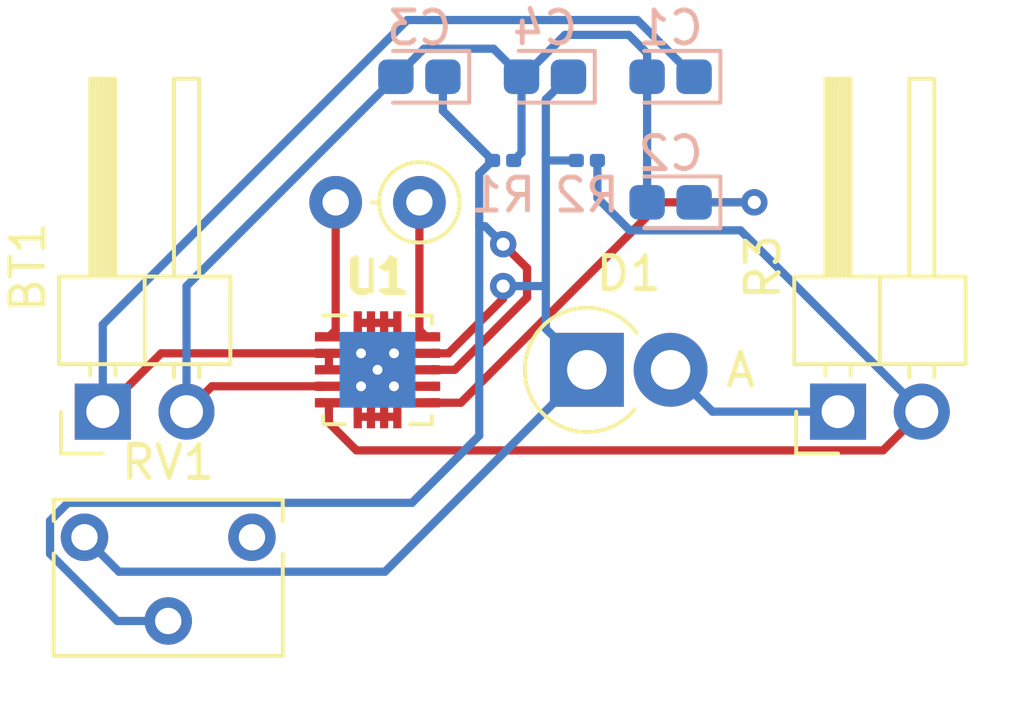
<source format=kicad_pcb>
(kicad_pcb (version 20171130) (host pcbnew "(5.1.10)-1")

  (general
    (thickness 1.6)
    (drawings 0)
    (tracks 85)
    (zones 0)
    (modules 12)
    (nets 11)
  )

  (page A4)
  (layers
    (0 F.Cu signal)
    (31 B.Cu signal)
    (32 B.Adhes user)
    (33 F.Adhes user)
    (34 B.Paste user)
    (35 F.Paste user)
    (36 B.SilkS user)
    (37 F.SilkS user)
    (38 B.Mask user)
    (39 F.Mask user)
    (40 Dwgs.User user)
    (41 Cmts.User user)
    (42 Eco1.User user)
    (43 Eco2.User user)
    (44 Edge.Cuts user)
    (45 Margin user)
    (46 B.CrtYd user)
    (47 F.CrtYd user)
    (48 B.Fab user)
    (49 F.Fab user)
  )

  (setup
    (last_trace_width 0.25)
    (trace_clearance 0.199)
    (zone_clearance 0.508)
    (zone_45_only no)
    (trace_min 0.2)
    (via_size 0.8)
    (via_drill 0.4)
    (via_min_size 0.4)
    (via_min_drill 0.3)
    (uvia_size 0.3)
    (uvia_drill 0.1)
    (uvias_allowed no)
    (uvia_min_size 0.2)
    (uvia_min_drill 0.1)
    (edge_width 0.05)
    (segment_width 0.2)
    (pcb_text_width 0.3)
    (pcb_text_size 1.5 1.5)
    (mod_edge_width 0.12)
    (mod_text_size 1 1)
    (mod_text_width 0.15)
    (pad_size 1.524 1.524)
    (pad_drill 0.762)
    (pad_to_mask_clearance 0)
    (aux_axis_origin 0 0)
    (visible_elements FFFFFF7F)
    (pcbplotparams
      (layerselection 0x010fc_ffffffff)
      (usegerberextensions false)
      (usegerberattributes true)
      (usegerberadvancedattributes true)
      (creategerberjobfile true)
      (excludeedgelayer true)
      (linewidth 0.100000)
      (plotframeref false)
      (viasonmask false)
      (mode 1)
      (useauxorigin false)
      (hpglpennumber 1)
      (hpglpenspeed 20)
      (hpglpendiameter 15.000000)
      (psnegative false)
      (psa4output false)
      (plotreference true)
      (plotvalue true)
      (plotinvisibletext false)
      (padsonsilk false)
      (subtractmaskfromsilk false)
      (outputformat 1)
      (mirror false)
      (drillshape 0)
      (scaleselection 1)
      (outputdirectory ""))
  )

  (net 0 "")
  (net 1 "Net-(BT1-Pad2)")
  (net 2 "Net-(BT1-Pad1)")
  (net 3 "Net-(C2-Pad1)")
  (net 4 "Net-(C3-Pad1)")
  (net 5 "Net-(C4-Pad1)")
  (net 6 "Net-(D1-Pad2)")
  (net 7 "Net-(L1-Pad1)")
  (net 8 "Net-(L1-Pad2)")
  (net 9 "Net-(R2-Pad2)")
  (net 10 "Net-(RV1-Pad1)")

  (net_class Default "This is the default net class."
    (clearance 0.199)
    (trace_width 0.25)
    (via_dia 0.8)
    (via_drill 0.4)
    (uvia_dia 0.3)
    (uvia_drill 0.1)
    (add_net "Net-(BT1-Pad1)")
    (add_net "Net-(BT1-Pad2)")
    (add_net "Net-(C2-Pad1)")
    (add_net "Net-(C3-Pad1)")
    (add_net "Net-(C4-Pad1)")
    (add_net "Net-(D1-Pad2)")
    (add_net "Net-(L1-Pad1)")
    (add_net "Net-(L1-Pad2)")
    (add_net "Net-(R2-Pad2)")
    (add_net "Net-(RV1-Pad1)")
  )

  (module Connector_PinHeader_2.54mm:PinHeader_1x02_P2.54mm_Horizontal (layer F.Cu) (tedit 59FED5CB) (tstamp 610D22B2)
    (at 128.825001 97.79 90)
    (descr "Through hole angled pin header, 1x02, 2.54mm pitch, 6mm pin length, single row")
    (tags "Through hole angled pin header THT 1x02 2.54mm single row")
    (path /6115D294)
    (fp_text reference BT1 (at 4.385 -2.27 90) (layer F.SilkS)
      (effects (font (size 1 1) (thickness 0.15)))
    )
    (fp_text value Vin (at 4.385 4.81 90) (layer F.Fab)
      (effects (font (size 1 1) (thickness 0.15)))
    )
    (fp_line (start 10.55 -1.8) (end -1.8 -1.8) (layer F.CrtYd) (width 0.05))
    (fp_line (start 10.55 4.35) (end 10.55 -1.8) (layer F.CrtYd) (width 0.05))
    (fp_line (start -1.8 4.35) (end 10.55 4.35) (layer F.CrtYd) (width 0.05))
    (fp_line (start -1.8 -1.8) (end -1.8 4.35) (layer F.CrtYd) (width 0.05))
    (fp_line (start -1.27 -1.27) (end 0 -1.27) (layer F.SilkS) (width 0.12))
    (fp_line (start -1.27 0) (end -1.27 -1.27) (layer F.SilkS) (width 0.12))
    (fp_line (start 1.042929 2.92) (end 1.44 2.92) (layer F.SilkS) (width 0.12))
    (fp_line (start 1.042929 2.16) (end 1.44 2.16) (layer F.SilkS) (width 0.12))
    (fp_line (start 10.1 2.92) (end 4.1 2.92) (layer F.SilkS) (width 0.12))
    (fp_line (start 10.1 2.16) (end 10.1 2.92) (layer F.SilkS) (width 0.12))
    (fp_line (start 4.1 2.16) (end 10.1 2.16) (layer F.SilkS) (width 0.12))
    (fp_line (start 1.44 1.27) (end 4.1 1.27) (layer F.SilkS) (width 0.12))
    (fp_line (start 1.11 0.38) (end 1.44 0.38) (layer F.SilkS) (width 0.12))
    (fp_line (start 1.11 -0.38) (end 1.44 -0.38) (layer F.SilkS) (width 0.12))
    (fp_line (start 4.1 0.28) (end 10.1 0.28) (layer F.SilkS) (width 0.12))
    (fp_line (start 4.1 0.16) (end 10.1 0.16) (layer F.SilkS) (width 0.12))
    (fp_line (start 4.1 0.04) (end 10.1 0.04) (layer F.SilkS) (width 0.12))
    (fp_line (start 4.1 -0.08) (end 10.1 -0.08) (layer F.SilkS) (width 0.12))
    (fp_line (start 4.1 -0.2) (end 10.1 -0.2) (layer F.SilkS) (width 0.12))
    (fp_line (start 4.1 -0.32) (end 10.1 -0.32) (layer F.SilkS) (width 0.12))
    (fp_line (start 10.1 0.38) (end 4.1 0.38) (layer F.SilkS) (width 0.12))
    (fp_line (start 10.1 -0.38) (end 10.1 0.38) (layer F.SilkS) (width 0.12))
    (fp_line (start 4.1 -0.38) (end 10.1 -0.38) (layer F.SilkS) (width 0.12))
    (fp_line (start 4.1 -1.33) (end 1.44 -1.33) (layer F.SilkS) (width 0.12))
    (fp_line (start 4.1 3.87) (end 4.1 -1.33) (layer F.SilkS) (width 0.12))
    (fp_line (start 1.44 3.87) (end 4.1 3.87) (layer F.SilkS) (width 0.12))
    (fp_line (start 1.44 -1.33) (end 1.44 3.87) (layer F.SilkS) (width 0.12))
    (fp_line (start 4.04 2.86) (end 10.04 2.86) (layer F.Fab) (width 0.1))
    (fp_line (start 10.04 2.22) (end 10.04 2.86) (layer F.Fab) (width 0.1))
    (fp_line (start 4.04 2.22) (end 10.04 2.22) (layer F.Fab) (width 0.1))
    (fp_line (start -0.32 2.86) (end 1.5 2.86) (layer F.Fab) (width 0.1))
    (fp_line (start -0.32 2.22) (end -0.32 2.86) (layer F.Fab) (width 0.1))
    (fp_line (start -0.32 2.22) (end 1.5 2.22) (layer F.Fab) (width 0.1))
    (fp_line (start 4.04 0.32) (end 10.04 0.32) (layer F.Fab) (width 0.1))
    (fp_line (start 10.04 -0.32) (end 10.04 0.32) (layer F.Fab) (width 0.1))
    (fp_line (start 4.04 -0.32) (end 10.04 -0.32) (layer F.Fab) (width 0.1))
    (fp_line (start -0.32 0.32) (end 1.5 0.32) (layer F.Fab) (width 0.1))
    (fp_line (start -0.32 -0.32) (end -0.32 0.32) (layer F.Fab) (width 0.1))
    (fp_line (start -0.32 -0.32) (end 1.5 -0.32) (layer F.Fab) (width 0.1))
    (fp_line (start 1.5 -0.635) (end 2.135 -1.27) (layer F.Fab) (width 0.1))
    (fp_line (start 1.5 3.81) (end 1.5 -0.635) (layer F.Fab) (width 0.1))
    (fp_line (start 4.04 3.81) (end 1.5 3.81) (layer F.Fab) (width 0.1))
    (fp_line (start 4.04 -1.27) (end 4.04 3.81) (layer F.Fab) (width 0.1))
    (fp_line (start 2.135 -1.27) (end 4.04 -1.27) (layer F.Fab) (width 0.1))
    (fp_text user %R (at 2.77 1.27) (layer F.Fab)
      (effects (font (size 1 1) (thickness 0.15)))
    )
    (pad 1 thru_hole rect (at 0 0 90) (size 1.7 1.7) (drill 1) (layers *.Cu *.Mask)
      (net 2 "Net-(BT1-Pad1)"))
    (pad 2 thru_hole oval (at 0 2.54 90) (size 1.7 1.7) (drill 1) (layers *.Cu *.Mask)
      (net 1 "Net-(BT1-Pad2)"))
    (model ${KISYS3DMOD}/Connector_PinHeader_2.54mm.3dshapes/PinHeader_1x02_P2.54mm_Horizontal.wrl
      (at (xyz 0 0 0))
      (scale (xyz 1 1 1))
      (rotate (xyz 0 0 0))
    )
  )

  (module Capacitor_Tantalum_SMD:CP_EIA-1608-08_AVX-J (layer B.Cu) (tedit 5EBA9318) (tstamp 610D22C5)
    (at 146.05 87.63 180)
    (descr "Tantalum Capacitor SMD AVX-J (1608-08 Metric), IPC_7351 nominal, (Body size from: https://www.vishay.com/docs/48064/_t58_vmn_pt0471_1601.pdf), generated with kicad-footprint-generator")
    (tags "capacitor tantalum")
    (path /61105882)
    (attr smd)
    (fp_text reference C1 (at 0 1.48) (layer B.SilkS)
      (effects (font (size 1 1) (thickness 0.15)) (justify mirror))
    )
    (fp_text value 20uF (at 0 -1.48) (layer B.Fab)
      (effects (font (size 1 1) (thickness 0.15)) (justify mirror))
    )
    (fp_text user %R (at 0 0) (layer B.Fab)
      (effects (font (size 0.4 0.4) (thickness 0.06)) (justify mirror))
    )
    (fp_line (start 0.8 0.425) (end -0.5 0.425) (layer B.Fab) (width 0.1))
    (fp_line (start -0.5 0.425) (end -0.8 0.125) (layer B.Fab) (width 0.1))
    (fp_line (start -0.8 0.125) (end -0.8 -0.425) (layer B.Fab) (width 0.1))
    (fp_line (start -0.8 -0.425) (end 0.8 -0.425) (layer B.Fab) (width 0.1))
    (fp_line (start 0.8 -0.425) (end 0.8 0.425) (layer B.Fab) (width 0.1))
    (fp_line (start 0.8 0.785) (end -1.51 0.785) (layer B.SilkS) (width 0.12))
    (fp_line (start -1.51 0.785) (end -1.51 -0.785) (layer B.SilkS) (width 0.12))
    (fp_line (start -1.51 -0.785) (end 0.8 -0.785) (layer B.SilkS) (width 0.12))
    (fp_line (start -1.5 -0.78) (end -1.5 0.78) (layer B.CrtYd) (width 0.05))
    (fp_line (start -1.5 0.78) (end 1.5 0.78) (layer B.CrtYd) (width 0.05))
    (fp_line (start 1.5 0.78) (end 1.5 -0.78) (layer B.CrtYd) (width 0.05))
    (fp_line (start 1.5 -0.78) (end -1.5 -0.78) (layer B.CrtYd) (width 0.05))
    (pad 2 smd roundrect (at 0.7125 0 180) (size 1.075 1.05) (layers B.Cu B.Paste B.Mask) (roundrect_rratio 0.2380942857142857)
      (net 1 "Net-(BT1-Pad2)"))
    (pad 1 smd roundrect (at -0.7125 0 180) (size 1.075 1.05) (layers B.Cu B.Paste B.Mask) (roundrect_rratio 0.2380942857142857)
      (net 2 "Net-(BT1-Pad1)"))
    (model ${KISYS3DMOD}/Capacitor_Tantalum_SMD.3dshapes/CP_EIA-1608-08_AVX-J.wrl
      (at (xyz 0 0 0))
      (scale (xyz 1 1 1))
      (rotate (xyz 0 0 0))
    )
  )

  (module Capacitor_Tantalum_SMD:CP_EIA-1608-08_AVX-J (layer B.Cu) (tedit 5EBA9318) (tstamp 610D22D8)
    (at 146.05 91.44 180)
    (descr "Tantalum Capacitor SMD AVX-J (1608-08 Metric), IPC_7351 nominal, (Body size from: https://www.vishay.com/docs/48064/_t58_vmn_pt0471_1601.pdf), generated with kicad-footprint-generator")
    (tags "capacitor tantalum")
    (path /611062F0)
    (attr smd)
    (fp_text reference C2 (at 0 1.48) (layer B.SilkS)
      (effects (font (size 1 1) (thickness 0.15)) (justify mirror))
    )
    (fp_text value .1uF (at 0 -1.48) (layer B.Fab)
      (effects (font (size 1 1) (thickness 0.15)) (justify mirror))
    )
    (fp_line (start 1.5 -0.78) (end -1.5 -0.78) (layer B.CrtYd) (width 0.05))
    (fp_line (start 1.5 0.78) (end 1.5 -0.78) (layer B.CrtYd) (width 0.05))
    (fp_line (start -1.5 0.78) (end 1.5 0.78) (layer B.CrtYd) (width 0.05))
    (fp_line (start -1.5 -0.78) (end -1.5 0.78) (layer B.CrtYd) (width 0.05))
    (fp_line (start -1.51 -0.785) (end 0.8 -0.785) (layer B.SilkS) (width 0.12))
    (fp_line (start -1.51 0.785) (end -1.51 -0.785) (layer B.SilkS) (width 0.12))
    (fp_line (start 0.8 0.785) (end -1.51 0.785) (layer B.SilkS) (width 0.12))
    (fp_line (start 0.8 -0.425) (end 0.8 0.425) (layer B.Fab) (width 0.1))
    (fp_line (start -0.8 -0.425) (end 0.8 -0.425) (layer B.Fab) (width 0.1))
    (fp_line (start -0.8 0.125) (end -0.8 -0.425) (layer B.Fab) (width 0.1))
    (fp_line (start -0.5 0.425) (end -0.8 0.125) (layer B.Fab) (width 0.1))
    (fp_line (start 0.8 0.425) (end -0.5 0.425) (layer B.Fab) (width 0.1))
    (fp_text user %R (at 0 0) (layer B.Fab)
      (effects (font (size 0.4 0.4) (thickness 0.06)) (justify mirror))
    )
    (pad 1 smd roundrect (at -0.7125 0 180) (size 1.075 1.05) (layers B.Cu B.Paste B.Mask) (roundrect_rratio 0.2380942857142857)
      (net 3 "Net-(C2-Pad1)"))
    (pad 2 smd roundrect (at 0.7125 0 180) (size 1.075 1.05) (layers B.Cu B.Paste B.Mask) (roundrect_rratio 0.2380942857142857)
      (net 1 "Net-(BT1-Pad2)"))
    (model ${KISYS3DMOD}/Capacitor_Tantalum_SMD.3dshapes/CP_EIA-1608-08_AVX-J.wrl
      (at (xyz 0 0 0))
      (scale (xyz 1 1 1))
      (rotate (xyz 0 0 0))
    )
  )

  (module Capacitor_Tantalum_SMD:CP_EIA-1608-08_AVX-J (layer B.Cu) (tedit 5EBA9318) (tstamp 610D22EB)
    (at 138.43 87.63 180)
    (descr "Tantalum Capacitor SMD AVX-J (1608-08 Metric), IPC_7351 nominal, (Body size from: https://www.vishay.com/docs/48064/_t58_vmn_pt0471_1601.pdf), generated with kicad-footprint-generator")
    (tags "capacitor tantalum")
    (path /61106A84)
    (attr smd)
    (fp_text reference C3 (at 0 1.48) (layer B.SilkS)
      (effects (font (size 1 1) (thickness 0.15)) (justify mirror))
    )
    (fp_text value 10pF (at 0 -1.48) (layer B.Fab)
      (effects (font (size 1 1) (thickness 0.15)) (justify mirror))
    )
    (fp_text user %R (at 0 0) (layer B.Fab)
      (effects (font (size 0.4 0.4) (thickness 0.06)) (justify mirror))
    )
    (fp_line (start 0.8 0.425) (end -0.5 0.425) (layer B.Fab) (width 0.1))
    (fp_line (start -0.5 0.425) (end -0.8 0.125) (layer B.Fab) (width 0.1))
    (fp_line (start -0.8 0.125) (end -0.8 -0.425) (layer B.Fab) (width 0.1))
    (fp_line (start -0.8 -0.425) (end 0.8 -0.425) (layer B.Fab) (width 0.1))
    (fp_line (start 0.8 -0.425) (end 0.8 0.425) (layer B.Fab) (width 0.1))
    (fp_line (start 0.8 0.785) (end -1.51 0.785) (layer B.SilkS) (width 0.12))
    (fp_line (start -1.51 0.785) (end -1.51 -0.785) (layer B.SilkS) (width 0.12))
    (fp_line (start -1.51 -0.785) (end 0.8 -0.785) (layer B.SilkS) (width 0.12))
    (fp_line (start -1.5 -0.78) (end -1.5 0.78) (layer B.CrtYd) (width 0.05))
    (fp_line (start -1.5 0.78) (end 1.5 0.78) (layer B.CrtYd) (width 0.05))
    (fp_line (start 1.5 0.78) (end 1.5 -0.78) (layer B.CrtYd) (width 0.05))
    (fp_line (start 1.5 -0.78) (end -1.5 -0.78) (layer B.CrtYd) (width 0.05))
    (pad 2 smd roundrect (at 0.7125 0 180) (size 1.075 1.05) (layers B.Cu B.Paste B.Mask) (roundrect_rratio 0.2380942857142857)
      (net 1 "Net-(BT1-Pad2)"))
    (pad 1 smd roundrect (at -0.7125 0 180) (size 1.075 1.05) (layers B.Cu B.Paste B.Mask) (roundrect_rratio 0.2380942857142857)
      (net 4 "Net-(C3-Pad1)"))
    (model ${KISYS3DMOD}/Capacitor_Tantalum_SMD.3dshapes/CP_EIA-1608-08_AVX-J.wrl
      (at (xyz 0 0 0))
      (scale (xyz 1 1 1))
      (rotate (xyz 0 0 0))
    )
  )

  (module Capacitor_Tantalum_SMD:CP_EIA-1608-08_AVX-J (layer B.Cu) (tedit 5EBA9318) (tstamp 610D22FE)
    (at 142.24 87.63 180)
    (descr "Tantalum Capacitor SMD AVX-J (1608-08 Metric), IPC_7351 nominal, (Body size from: https://www.vishay.com/docs/48064/_t58_vmn_pt0471_1601.pdf), generated with kicad-footprint-generator")
    (tags "capacitor tantalum")
    (path /611072D7)
    (attr smd)
    (fp_text reference C4 (at 0 1.48) (layer B.SilkS)
      (effects (font (size 1 1) (thickness 0.15)) (justify mirror))
    )
    (fp_text value 66uF (at 0 -1.48) (layer B.Fab)
      (effects (font (size 1 1) (thickness 0.15)) (justify mirror))
    )
    (fp_line (start 1.5 -0.78) (end -1.5 -0.78) (layer B.CrtYd) (width 0.05))
    (fp_line (start 1.5 0.78) (end 1.5 -0.78) (layer B.CrtYd) (width 0.05))
    (fp_line (start -1.5 0.78) (end 1.5 0.78) (layer B.CrtYd) (width 0.05))
    (fp_line (start -1.5 -0.78) (end -1.5 0.78) (layer B.CrtYd) (width 0.05))
    (fp_line (start -1.51 -0.785) (end 0.8 -0.785) (layer B.SilkS) (width 0.12))
    (fp_line (start -1.51 0.785) (end -1.51 -0.785) (layer B.SilkS) (width 0.12))
    (fp_line (start 0.8 0.785) (end -1.51 0.785) (layer B.SilkS) (width 0.12))
    (fp_line (start 0.8 -0.425) (end 0.8 0.425) (layer B.Fab) (width 0.1))
    (fp_line (start -0.8 -0.425) (end 0.8 -0.425) (layer B.Fab) (width 0.1))
    (fp_line (start -0.8 0.125) (end -0.8 -0.425) (layer B.Fab) (width 0.1))
    (fp_line (start -0.5 0.425) (end -0.8 0.125) (layer B.Fab) (width 0.1))
    (fp_line (start 0.8 0.425) (end -0.5 0.425) (layer B.Fab) (width 0.1))
    (fp_text user %R (at 0 0) (layer B.Fab)
      (effects (font (size 0.4 0.4) (thickness 0.06)) (justify mirror))
    )
    (pad 1 smd roundrect (at -0.7125 0 180) (size 1.075 1.05) (layers B.Cu B.Paste B.Mask) (roundrect_rratio 0.2380942857142857)
      (net 5 "Net-(C4-Pad1)"))
    (pad 2 smd roundrect (at 0.7125 0 180) (size 1.075 1.05) (layers B.Cu B.Paste B.Mask) (roundrect_rratio 0.2380942857142857)
      (net 1 "Net-(BT1-Pad2)"))
    (model ${KISYS3DMOD}/Capacitor_Tantalum_SMD.3dshapes/CP_EIA-1608-08_AVX-J.wrl
      (at (xyz 0 0 0))
      (scale (xyz 1 1 1))
      (rotate (xyz 0 0 0))
    )
  )

  (module Diode_THT:D_DO-15_P2.54mm_Vertical_AnodeUp (layer F.Cu) (tedit 5AE50CD5) (tstamp 610D230E)
    (at 143.51 96.52)
    (descr "Diode, DO-15 series, Axial, Vertical, pin pitch=2.54mm, , length*diameter=7.6*3.6mm^2, , http://www.diodes.com/_files/packages/DO-15.pdf")
    (tags "Diode DO-15 series Axial Vertical pin pitch 2.54mm  length 7.6mm diameter 3.6mm")
    (path /61134187)
    (fp_text reference D1 (at 1.27 -2.92) (layer F.SilkS)
      (effects (font (size 1 1) (thickness 0.15)))
    )
    (fp_text value DIODE (at 1.27 3.809) (layer F.Fab)
      (effects (font (size 1 1) (thickness 0.15)))
    )
    (fp_text user A (at 4.66 0) (layer F.SilkS)
      (effects (font (size 1 1) (thickness 0.15)))
    )
    (fp_text user A (at 4.66 0) (layer F.Fab)
      (effects (font (size 1 1) (thickness 0.15)))
    )
    (fp_text user %R (at 1.27 -2.92) (layer F.Fab)
      (effects (font (size 1 1) (thickness 0.15)))
    )
    (fp_arc (start 0 0) (end 1.514596 -1.12) (angle -284.154462) (layer F.SilkS) (width 0.12))
    (fp_circle (center 0 0) (end 1.8 0) (layer F.Fab) (width 0.1))
    (fp_line (start 0 0) (end 2.54 0) (layer F.Fab) (width 0.1))
    (fp_line (start -2.05 -2.05) (end -2.05 2.05) (layer F.CrtYd) (width 0.05))
    (fp_line (start -2.05 2.05) (end 3.91 2.05) (layer F.CrtYd) (width 0.05))
    (fp_line (start 3.91 2.05) (end 3.91 -2.05) (layer F.CrtYd) (width 0.05))
    (fp_line (start 3.91 -2.05) (end -2.05 -2.05) (layer F.CrtYd) (width 0.05))
    (pad 2 thru_hole oval (at 2.54 0) (size 2.24 2.24) (drill 1.2) (layers *.Cu *.Mask)
      (net 6 "Net-(D1-Pad2)"))
    (pad 1 thru_hole rect (at 0 0) (size 2.24 2.24) (drill 1.2) (layers *.Cu *.Mask)
      (net 5 "Net-(C4-Pad1)"))
    (model ${KISYS3DMOD}/Diode_THT.3dshapes/D_DO-15_P2.54mm_Vertical_AnodeUp.wrl
      (at (xyz 0 0 0))
      (scale (xyz 1 1 1))
      (rotate (xyz 0 0 0))
    )
  )

  (module Inductor_THT:L_Axial_L5.3mm_D2.2mm_P2.54mm_Vertical_Vishay_IM-1 (layer F.Cu) (tedit 5AE59B05) (tstamp 610D231D)
    (at 138.43 91.44 180)
    (descr "Inductor, Axial series, Axial, Vertical, pin pitch=2.54mm, , length*diameter=5.3*2.2mm^2, Vishay, IM-1, http://www.vishay.com/docs/34030/im.pdf")
    (tags "Inductor Axial series Axial Vertical pin pitch 2.54mm  length 5.3mm diameter 2.2mm Vishay IM-1")
    (path /61102C4B)
    (fp_text reference L1 (at 1.27 -2.22) (layer F.SilkS)
      (effects (font (size 1 1) (thickness 0.15)))
    )
    (fp_text value 1uH (at 1.27 2.22) (layer F.Fab)
      (effects (font (size 1 1) (thickness 0.15)))
    )
    (fp_text user %R (at 1.27 -2.22) (layer F.Fab)
      (effects (font (size 1 1) (thickness 0.15)))
    )
    (fp_circle (center 0 0) (end 1.1 0) (layer F.Fab) (width 0.1))
    (fp_circle (center 0 0) (end 1.22 0) (layer F.SilkS) (width 0.12))
    (fp_line (start 0 0) (end 2.54 0) (layer F.Fab) (width 0.1))
    (fp_line (start 1.22 0) (end 1.44 0) (layer F.SilkS) (width 0.12))
    (fp_line (start -1.35 -1.35) (end -1.35 1.35) (layer F.CrtYd) (width 0.05))
    (fp_line (start -1.35 1.35) (end 3.59 1.35) (layer F.CrtYd) (width 0.05))
    (fp_line (start 3.59 1.35) (end 3.59 -1.35) (layer F.CrtYd) (width 0.05))
    (fp_line (start 3.59 -1.35) (end -1.35 -1.35) (layer F.CrtYd) (width 0.05))
    (pad 2 thru_hole oval (at 2.54 0 180) (size 1.6 1.6) (drill 0.8) (layers *.Cu *.Mask)
      (net 8 "Net-(L1-Pad2)"))
    (pad 1 thru_hole circle (at 0 0 180) (size 1.6 1.6) (drill 0.8) (layers *.Cu *.Mask)
      (net 7 "Net-(L1-Pad1)"))
    (model ${KISYS3DMOD}/Inductor_THT.3dshapes/L_Axial_L5.3mm_D2.2mm_P2.54mm_Vertical_Vishay_IM-1.wrl
      (at (xyz 0 0 0))
      (scale (xyz 1 1 1))
      (rotate (xyz 0 0 0))
    )
  )

  (module Resistor_SMD:R_0201_0603Metric (layer B.Cu) (tedit 5F68FEEE) (tstamp 610D232E)
    (at 140.97 90.17)
    (descr "Resistor SMD 0201 (0603 Metric), square (rectangular) end terminal, IPC_7351 nominal, (Body size source: https://www.vishay.com/docs/20052/crcw0201e3.pdf), generated with kicad-footprint-generator")
    (tags resistor)
    (path /61107928)
    (clearance 0.15)
    (attr smd)
    (fp_text reference R1 (at 0 1.05) (layer B.SilkS)
      (effects (font (size 1 1) (thickness 0.15)) (justify mirror))
    )
    (fp_text value 111k (at 0 -1.05) (layer B.Fab)
      (effects (font (size 1 1) (thickness 0.15)) (justify mirror))
    )
    (fp_text user %R (at 0 0.68) (layer B.Fab)
      (effects (font (size 0.25 0.25) (thickness 0.04)) (justify mirror))
    )
    (fp_line (start -0.3 -0.15) (end -0.3 0.15) (layer B.Fab) (width 0.1))
    (fp_line (start -0.3 0.15) (end 0.3 0.15) (layer B.Fab) (width 0.1))
    (fp_line (start 0.3 0.15) (end 0.3 -0.15) (layer B.Fab) (width 0.1))
    (fp_line (start 0.3 -0.15) (end -0.3 -0.15) (layer B.Fab) (width 0.1))
    (fp_line (start -0.7 -0.35) (end -0.7 0.35) (layer B.CrtYd) (width 0.05))
    (fp_line (start -0.7 0.35) (end 0.7 0.35) (layer B.CrtYd) (width 0.05))
    (fp_line (start 0.7 0.35) (end 0.7 -0.35) (layer B.CrtYd) (width 0.05))
    (fp_line (start 0.7 -0.35) (end -0.7 -0.35) (layer B.CrtYd) (width 0.05))
    (pad 2 smd roundrect (at 0.32 0) (size 0.46 0.4) (layers B.Cu B.Mask) (roundrect_rratio 0.25)
      (net 1 "Net-(BT1-Pad2)"))
    (pad 1 smd roundrect (at -0.32 0) (size 0.46 0.4) (layers B.Cu B.Mask) (roundrect_rratio 0.25)
      (net 4 "Net-(C3-Pad1)"))
    (pad "" smd roundrect (at 0.345 0) (size 0.318 0.36) (layers B.Paste) (roundrect_rratio 0.25))
    (pad "" smd roundrect (at -0.345 0) (size 0.318 0.36) (layers B.Paste) (roundrect_rratio 0.25))
    (model ${KISYS3DMOD}/Resistor_SMD.3dshapes/R_0201_0603Metric.wrl
      (at (xyz 0 0 0))
      (scale (xyz 1 1 1))
      (rotate (xyz 0 0 0))
    )
  )

  (module Resistor_SMD:R_0201_0603Metric (layer B.Cu) (tedit 5F68FEEE) (tstamp 610D233F)
    (at 143.51 90.17)
    (descr "Resistor SMD 0201 (0603 Metric), square (rectangular) end terminal, IPC_7351 nominal, (Body size source: https://www.vishay.com/docs/20052/crcw0201e3.pdf), generated with kicad-footprint-generator")
    (tags resistor)
    (path /61108051)
    (clearance 0.15)
    (attr smd)
    (fp_text reference R2 (at 0 1.05) (layer B.SilkS)
      (effects (font (size 1 1) (thickness 0.15)) (justify mirror))
    )
    (fp_text value 1M (at 0 -1.05) (layer B.Fab)
      (effects (font (size 1 1) (thickness 0.15)) (justify mirror))
    )
    (fp_line (start 0.7 -0.35) (end -0.7 -0.35) (layer B.CrtYd) (width 0.05))
    (fp_line (start 0.7 0.35) (end 0.7 -0.35) (layer B.CrtYd) (width 0.05))
    (fp_line (start -0.7 0.35) (end 0.7 0.35) (layer B.CrtYd) (width 0.05))
    (fp_line (start -0.7 -0.35) (end -0.7 0.35) (layer B.CrtYd) (width 0.05))
    (fp_line (start 0.3 -0.15) (end -0.3 -0.15) (layer B.Fab) (width 0.1))
    (fp_line (start 0.3 0.15) (end 0.3 -0.15) (layer B.Fab) (width 0.1))
    (fp_line (start -0.3 0.15) (end 0.3 0.15) (layer B.Fab) (width 0.1))
    (fp_line (start -0.3 -0.15) (end -0.3 0.15) (layer B.Fab) (width 0.1))
    (fp_text user %R (at 0 0.68) (layer B.Fab)
      (effects (font (size 0.25 0.25) (thickness 0.04)) (justify mirror))
    )
    (pad "" smd roundrect (at -0.345 0) (size 0.318 0.36) (layers B.Paste) (roundrect_rratio 0.25))
    (pad "" smd roundrect (at 0.345 0) (size 0.318 0.36) (layers B.Paste) (roundrect_rratio 0.25))
    (pad 1 smd roundrect (at -0.32 0) (size 0.46 0.4) (layers B.Cu B.Mask) (roundrect_rratio 0.25)
      (net 5 "Net-(C4-Pad1)"))
    (pad 2 smd roundrect (at 0.32 0) (size 0.46 0.4) (layers B.Cu B.Mask) (roundrect_rratio 0.25)
      (net 9 "Net-(R2-Pad2)"))
    (model ${KISYS3DMOD}/Resistor_SMD.3dshapes/R_0201_0603Metric.wrl
      (at (xyz 0 0 0))
      (scale (xyz 1 1 1))
      (rotate (xyz 0 0 0))
    )
  )

  (module Connector_PinHeader_2.54mm:PinHeader_1x02_P2.54mm_Horizontal (layer F.Cu) (tedit 59FED5CB) (tstamp 610D2372)
    (at 151.13 97.79 90)
    (descr "Through hole angled pin header, 1x02, 2.54mm pitch, 6mm pin length, single row")
    (tags "Through hole angled pin header THT 1x02 2.54mm single row")
    (path /61141542)
    (fp_text reference R3 (at 4.385 -2.27 90) (layer F.SilkS)
      (effects (font (size 1 1) (thickness 0.15)))
    )
    (fp_text value Vout (at 4.385 4.81 90) (layer F.Fab)
      (effects (font (size 1 1) (thickness 0.15)))
    )
    (fp_text user %R (at 2.77 1.27) (layer F.Fab)
      (effects (font (size 1 1) (thickness 0.15)))
    )
    (fp_line (start 2.135 -1.27) (end 4.04 -1.27) (layer F.Fab) (width 0.1))
    (fp_line (start 4.04 -1.27) (end 4.04 3.81) (layer F.Fab) (width 0.1))
    (fp_line (start 4.04 3.81) (end 1.5 3.81) (layer F.Fab) (width 0.1))
    (fp_line (start 1.5 3.81) (end 1.5 -0.635) (layer F.Fab) (width 0.1))
    (fp_line (start 1.5 -0.635) (end 2.135 -1.27) (layer F.Fab) (width 0.1))
    (fp_line (start -0.32 -0.32) (end 1.5 -0.32) (layer F.Fab) (width 0.1))
    (fp_line (start -0.32 -0.32) (end -0.32 0.32) (layer F.Fab) (width 0.1))
    (fp_line (start -0.32 0.32) (end 1.5 0.32) (layer F.Fab) (width 0.1))
    (fp_line (start 4.04 -0.32) (end 10.04 -0.32) (layer F.Fab) (width 0.1))
    (fp_line (start 10.04 -0.32) (end 10.04 0.32) (layer F.Fab) (width 0.1))
    (fp_line (start 4.04 0.32) (end 10.04 0.32) (layer F.Fab) (width 0.1))
    (fp_line (start -0.32 2.22) (end 1.5 2.22) (layer F.Fab) (width 0.1))
    (fp_line (start -0.32 2.22) (end -0.32 2.86) (layer F.Fab) (width 0.1))
    (fp_line (start -0.32 2.86) (end 1.5 2.86) (layer F.Fab) (width 0.1))
    (fp_line (start 4.04 2.22) (end 10.04 2.22) (layer F.Fab) (width 0.1))
    (fp_line (start 10.04 2.22) (end 10.04 2.86) (layer F.Fab) (width 0.1))
    (fp_line (start 4.04 2.86) (end 10.04 2.86) (layer F.Fab) (width 0.1))
    (fp_line (start 1.44 -1.33) (end 1.44 3.87) (layer F.SilkS) (width 0.12))
    (fp_line (start 1.44 3.87) (end 4.1 3.87) (layer F.SilkS) (width 0.12))
    (fp_line (start 4.1 3.87) (end 4.1 -1.33) (layer F.SilkS) (width 0.12))
    (fp_line (start 4.1 -1.33) (end 1.44 -1.33) (layer F.SilkS) (width 0.12))
    (fp_line (start 4.1 -0.38) (end 10.1 -0.38) (layer F.SilkS) (width 0.12))
    (fp_line (start 10.1 -0.38) (end 10.1 0.38) (layer F.SilkS) (width 0.12))
    (fp_line (start 10.1 0.38) (end 4.1 0.38) (layer F.SilkS) (width 0.12))
    (fp_line (start 4.1 -0.32) (end 10.1 -0.32) (layer F.SilkS) (width 0.12))
    (fp_line (start 4.1 -0.2) (end 10.1 -0.2) (layer F.SilkS) (width 0.12))
    (fp_line (start 4.1 -0.08) (end 10.1 -0.08) (layer F.SilkS) (width 0.12))
    (fp_line (start 4.1 0.04) (end 10.1 0.04) (layer F.SilkS) (width 0.12))
    (fp_line (start 4.1 0.16) (end 10.1 0.16) (layer F.SilkS) (width 0.12))
    (fp_line (start 4.1 0.28) (end 10.1 0.28) (layer F.SilkS) (width 0.12))
    (fp_line (start 1.11 -0.38) (end 1.44 -0.38) (layer F.SilkS) (width 0.12))
    (fp_line (start 1.11 0.38) (end 1.44 0.38) (layer F.SilkS) (width 0.12))
    (fp_line (start 1.44 1.27) (end 4.1 1.27) (layer F.SilkS) (width 0.12))
    (fp_line (start 4.1 2.16) (end 10.1 2.16) (layer F.SilkS) (width 0.12))
    (fp_line (start 10.1 2.16) (end 10.1 2.92) (layer F.SilkS) (width 0.12))
    (fp_line (start 10.1 2.92) (end 4.1 2.92) (layer F.SilkS) (width 0.12))
    (fp_line (start 1.042929 2.16) (end 1.44 2.16) (layer F.SilkS) (width 0.12))
    (fp_line (start 1.042929 2.92) (end 1.44 2.92) (layer F.SilkS) (width 0.12))
    (fp_line (start -1.27 0) (end -1.27 -1.27) (layer F.SilkS) (width 0.12))
    (fp_line (start -1.27 -1.27) (end 0 -1.27) (layer F.SilkS) (width 0.12))
    (fp_line (start -1.8 -1.8) (end -1.8 4.35) (layer F.CrtYd) (width 0.05))
    (fp_line (start -1.8 4.35) (end 10.55 4.35) (layer F.CrtYd) (width 0.05))
    (fp_line (start 10.55 4.35) (end 10.55 -1.8) (layer F.CrtYd) (width 0.05))
    (fp_line (start 10.55 -1.8) (end -1.8 -1.8) (layer F.CrtYd) (width 0.05))
    (pad 2 thru_hole oval (at 0 2.54 90) (size 1.7 1.7) (drill 1) (layers *.Cu *.Mask)
      (net 9 "Net-(R2-Pad2)"))
    (pad 1 thru_hole rect (at 0 0 90) (size 1.7 1.7) (drill 1) (layers *.Cu *.Mask)
      (net 6 "Net-(D1-Pad2)"))
    (model ${KISYS3DMOD}/Connector_PinHeader_2.54mm.3dshapes/PinHeader_1x02_P2.54mm_Horizontal.wrl
      (at (xyz 0 0 0))
      (scale (xyz 1 1 1))
      (rotate (xyz 0 0 0))
    )
  )

  (module Potentiometer_THT:Potentiometer_Bourns_3266W_Vertical (layer F.Cu) (tedit 5A3D4994) (tstamp 610D238B)
    (at 133.35 101.6)
    (descr "Potentiometer, vertical, Bourns 3266W, https://www.bourns.com/docs/Product-Datasheets/3266.pdf")
    (tags "Potentiometer vertical Bourns 3266W")
    (path /6110B1EE)
    (fp_text reference RV1 (at -2.54 -2.27) (layer F.SilkS)
      (effects (font (size 1 1) (thickness 0.15)))
    )
    (fp_text value R_POT (at -2.54 4.73) (layer F.Fab)
      (effects (font (size 1 1) (thickness 0.15)))
    )
    (fp_text user %R (at -3.175 1.23) (layer F.Fab)
      (effects (font (size 0.91 0.91) (thickness 0.15)))
    )
    (fp_circle (center -0.455 2.21) (end 0.435 2.21) (layer F.Fab) (width 0.1))
    (fp_line (start -5.895 -1.02) (end -5.895 3.48) (layer F.Fab) (width 0.1))
    (fp_line (start -5.895 3.48) (end 0.815 3.48) (layer F.Fab) (width 0.1))
    (fp_line (start 0.815 3.48) (end 0.815 -1.02) (layer F.Fab) (width 0.1))
    (fp_line (start 0.815 -1.02) (end -5.895 -1.02) (layer F.Fab) (width 0.1))
    (fp_line (start -0.455 3.092) (end -0.454 1.329) (layer F.Fab) (width 0.1))
    (fp_line (start -0.455 3.092) (end -0.454 1.329) (layer F.Fab) (width 0.1))
    (fp_line (start -6.015 -1.14) (end 0.935 -1.14) (layer F.SilkS) (width 0.12))
    (fp_line (start -6.015 3.6) (end 0.935 3.6) (layer F.SilkS) (width 0.12))
    (fp_line (start -6.015 -1.14) (end -6.015 -0.495) (layer F.SilkS) (width 0.12))
    (fp_line (start -6.015 0.495) (end -6.015 3.6) (layer F.SilkS) (width 0.12))
    (fp_line (start 0.935 -1.14) (end 0.935 -0.495) (layer F.SilkS) (width 0.12))
    (fp_line (start 0.935 0.495) (end 0.935 3.6) (layer F.SilkS) (width 0.12))
    (fp_line (start -6.15 -1.3) (end -6.15 3.75) (layer F.CrtYd) (width 0.05))
    (fp_line (start -6.15 3.75) (end 1.1 3.75) (layer F.CrtYd) (width 0.05))
    (fp_line (start 1.1 3.75) (end 1.1 -1.3) (layer F.CrtYd) (width 0.05))
    (fp_line (start 1.1 -1.3) (end -6.15 -1.3) (layer F.CrtYd) (width 0.05))
    (pad 3 thru_hole circle (at -5.08 0) (size 1.44 1.44) (drill 0.8) (layers *.Cu *.Mask)
      (net 5 "Net-(C4-Pad1)"))
    (pad 2 thru_hole circle (at -2.54 2.54) (size 1.44 1.44) (drill 0.8) (layers *.Cu *.Mask)
      (net 4 "Net-(C3-Pad1)"))
    (pad 1 thru_hole circle (at 0 0) (size 1.44 1.44) (drill 0.8) (layers *.Cu *.Mask)
      (net 10 "Net-(RV1-Pad1)"))
    (model ${KISYS3DMOD}/Potentiometer_THT.3dshapes/Potentiometer_Bourns_3266W_Vertical.wrl
      (at (xyz 0 0 0))
      (scale (xyz 1 1 1))
      (rotate (xyz 0 0 0))
    )
  )

  (module Package_SON:Texas_S-PWSON-N10_ThermalVias (layer F.Cu) (tedit 5A8E0335) (tstamp 610D23CF)
    (at 137.16 96.52)
    (descr "3x3mm Body, 0.5mm Pitch, S-PWSON-N10, DSC, http://www.ti.com/lit/ds/symlink/tps63060.pdf")
    (tags "0.5 S-PWSON-N10 DSC")
    (path /610FA083)
    (attr smd)
    (fp_text reference U1 (at 0 -2.8) (layer F.SilkS)
      (effects (font (size 1 1) (thickness 0.15)))
    )
    (fp_text value TPS63060 (at 0 2.8) (layer F.Fab)
      (effects (font (size 1 1) (thickness 0.15)))
    )
    (fp_text user %R (at 0 0) (layer F.Fab)
      (effects (font (size 0.6 0.6) (thickness 0.09)))
    )
    (fp_line (start -0.7875 -1.575) (end -1.575 -0.7875) (layer F.Fab) (width 0.1))
    (fp_line (start -1.575 1.575) (end -1.575 -0.7875) (layer F.Fab) (width 0.1))
    (fp_line (start 1.575 1.575) (end -1.575 1.575) (layer F.Fab) (width 0.1))
    (fp_line (start 1.575 -1.575) (end 1.575 1.575) (layer F.Fab) (width 0.1))
    (fp_line (start -0.7875 -1.575) (end 1.575 -1.575) (layer F.Fab) (width 0.1))
    (fp_line (start -2.15 -2.03) (end -2.15 2.03) (layer F.CrtYd) (width 0.05))
    (fp_line (start 2.15 -2.03) (end 2.15 2.03) (layer F.CrtYd) (width 0.05))
    (fp_line (start -2.15 -2.03) (end 2.15 -2.03) (layer F.CrtYd) (width 0.05))
    (fp_line (start -2.15 2.03) (end 2.15 2.03) (layer F.CrtYd) (width 0.05))
    (fp_line (start 0.985 1.65) (end 1.65 1.65) (layer F.SilkS) (width 0.12))
    (fp_line (start -1.65 -1.65) (end -0.985 -1.65) (layer F.SilkS) (width 0.12))
    (fp_line (start 0.985 -1.65) (end 1.65 -1.65) (layer F.SilkS) (width 0.12))
    (fp_line (start -1.65 1.65) (end -0.985 1.65) (layer F.SilkS) (width 0.12))
    (fp_line (start 1.65 -1.4) (end 1.65 -1.65) (layer F.SilkS) (width 0.12))
    (fp_line (start 1.65 1.4) (end 1.65 1.65) (layer F.SilkS) (width 0.12))
    (fp_line (start -1.65 1.65) (end -1.65 1.4) (layer F.SilkS) (width 0.12))
    (pad 11 smd rect (at 0.6 1.425) (size 0.23 0.6) (layers F.Cu F.Paste F.Mask)
      (net 1 "Net-(BT1-Pad2)"))
    (pad 11 smd rect (at 0.2 1.425) (size 0.23 0.6) (layers F.Cu F.Paste F.Mask)
      (net 1 "Net-(BT1-Pad2)"))
    (pad 11 smd rect (at -0.2 1.425) (size 0.23 0.6) (layers F.Cu F.Paste F.Mask)
      (net 1 "Net-(BT1-Pad2)"))
    (pad 11 smd rect (at -0.6 1.425) (size 0.23 0.6) (layers F.Cu F.Paste F.Mask)
      (net 1 "Net-(BT1-Pad2)"))
    (pad 11 smd rect (at 0.6 -1.425) (size 0.23 0.6) (layers F.Cu F.Paste F.Mask)
      (net 1 "Net-(BT1-Pad2)"))
    (pad 11 smd rect (at 0.2 -1.425) (size 0.23 0.6) (layers F.Cu F.Paste F.Mask)
      (net 1 "Net-(BT1-Pad2)"))
    (pad 11 smd rect (at -0.2 -1.425) (size 0.23 0.6) (layers F.Cu F.Paste F.Mask)
      (net 1 "Net-(BT1-Pad2)"))
    (pad 11 smd rect (at -0.6 -1.425) (size 0.23 0.6) (layers F.Cu F.Paste F.Mask)
      (net 1 "Net-(BT1-Pad2)"))
    (pad 11 smd rect (at 0.435 -0.56) (size 0.65 0.9) (layers F.Cu F.Paste F.Mask)
      (net 1 "Net-(BT1-Pad2)"))
    (pad 11 smd rect (at -0.435 0.56) (size 0.65 0.9) (layers F.Cu F.Paste F.Mask)
      (net 1 "Net-(BT1-Pad2)"))
    (pad 11 smd rect (at 0.435 0.56) (size 0.65 0.9) (layers F.Cu F.Paste F.Mask)
      (net 1 "Net-(BT1-Pad2)"))
    (pad 11 smd rect (at -0.435 -0.56) (size 0.65 0.9) (layers F.Cu F.Paste F.Mask)
      (net 1 "Net-(BT1-Pad2)"))
    (pad 11 smd rect (at -0.001 0) (size 2.3 2.3) (layers B.Cu)
      (net 1 "Net-(BT1-Pad2)"))
    (pad 10 smd oval (at 1.475 -1) (size 0.85 0.28) (layers F.Cu F.Paste F.Mask)
      (net 7 "Net-(L1-Pad1)") (solder_mask_margin 0.07) (solder_paste_margin -0.025))
    (pad 9 smd oval (at 1.475 -0.5) (size 0.85 0.28) (layers F.Cu F.Paste F.Mask)
      (net 5 "Net-(C4-Pad1)") (solder_mask_margin 0.07) (solder_paste_margin -0.025))
    (pad 8 smd oval (at 1.475 0) (size 0.85 0.28) (layers F.Cu F.Paste F.Mask)
      (net 4 "Net-(C3-Pad1)") (solder_mask_margin 0.07) (solder_paste_margin -0.025))
    (pad 7 smd rect (at 1.76 0.5) (size 0.28 0.28) (layers F.Cu F.Paste F.Mask)
      (net 1 "Net-(BT1-Pad2)") (solder_mask_margin 0.07) (solder_paste_margin -0.025))
    (pad 6 smd rect (at 1.76 1) (size 0.28 0.28) (layers F.Cu F.Paste F.Mask)
      (net 3 "Net-(C2-Pad1)") (solder_mask_margin 0.07) (solder_paste_margin -0.025))
    (pad 5 smd oval (at -1.475 1) (size 0.85 0.28) (layers F.Cu F.Paste F.Mask)
      (net 9 "Net-(R2-Pad2)") (solder_mask_margin 0.07) (solder_paste_margin -0.025))
    (pad 4 smd rect (at -1.76 0.5) (size 0.28 0.28) (layers F.Cu F.Paste F.Mask)
      (net 1 "Net-(BT1-Pad2)") (solder_mask_margin 0.07) (solder_paste_margin -0.025))
    (pad 3 smd oval (at -1.475 0) (size 0.85 0.28) (layers F.Cu F.Paste F.Mask)
      (net 2 "Net-(BT1-Pad1)") (solder_mask_margin 0.07) (solder_paste_margin -0.025))
    (pad 2 smd rect (at -1.76 -0.5) (size 0.28 0.28) (layers F.Cu F.Paste F.Mask)
      (net 2 "Net-(BT1-Pad1)") (solder_mask_margin 0.07) (solder_paste_margin -0.025))
    (pad 1 smd rect (at -1.76 -1) (size 0.28 0.28) (layers F.Cu F.Paste F.Mask)
      (net 8 "Net-(L1-Pad2)") (solder_mask_margin 0.07) (solder_paste_margin -0.025))
    (pad 11 smd rect (at 0 0) (size 1.7 2.15) (layers F.Cu F.Mask)
      (net 1 "Net-(BT1-Pad2)"))
    (pad 11 smd rect (at 0.2 1.425) (size 0.25 0.7) (layers F.Cu F.Paste F.Mask)
      (net 1 "Net-(BT1-Pad2)") (solder_paste_margin -0.05))
    (pad 11 smd rect (at -0.2 1.425) (size 0.25 0.7) (layers F.Cu F.Paste F.Mask)
      (net 1 "Net-(BT1-Pad2)") (solder_paste_margin -0.05))
    (pad 11 smd rect (at 0.2 -1.425) (size 0.25 0.7) (layers F.Cu F.Paste F.Mask)
      (net 1 "Net-(BT1-Pad2)") (solder_paste_margin -0.05))
    (pad 11 smd rect (at -0.2 -1.425) (size 0.25 0.7) (layers F.Cu F.Paste F.Mask)
      (net 1 "Net-(BT1-Pad2)") (solder_paste_margin -0.05))
    (pad 11 thru_hole circle (at 0.5 0.5) (size 0.6 0.6) (drill 0.3) (layers *.Cu *.Mask)
      (net 1 "Net-(BT1-Pad2)"))
    (pad 11 thru_hole circle (at -0.5 0.5) (size 0.6 0.6) (drill 0.3) (layers *.Cu *.Mask)
      (net 1 "Net-(BT1-Pad2)"))
    (pad 11 thru_hole circle (at 0.5 -0.5) (size 0.6 0.6) (drill 0.3) (layers *.Cu *.Mask)
      (net 1 "Net-(BT1-Pad2)"))
    (pad 11 thru_hole circle (at -0.5 -0.5) (size 0.6 0.6) (drill 0.3) (layers *.Cu *.Mask)
      (net 1 "Net-(BT1-Pad2)"))
    (pad 11 thru_hole circle (at 0 0) (size 0.6 0.6) (drill 0.3) (layers *.Cu *.Mask)
      (net 1 "Net-(BT1-Pad2)"))
    (pad 10 smd rect (at 1.76 -1) (size 0.28 0.28) (layers F.Cu F.Paste F.Mask)
      (net 7 "Net-(L1-Pad1)") (solder_mask_margin 0.07) (solder_paste_margin -0.025))
    (pad 9 smd rect (at 1.76 -0.5) (size 0.28 0.28) (layers F.Cu F.Paste F.Mask)
      (net 5 "Net-(C4-Pad1)") (solder_mask_margin 0.07) (solder_paste_margin -0.025))
    (pad 8 smd rect (at 1.76 0) (size 0.28 0.28) (layers F.Cu F.Paste F.Mask)
      (net 4 "Net-(C3-Pad1)") (solder_mask_margin 0.07) (solder_paste_margin -0.025))
    (pad 7 smd oval (at 1.475 0.5) (size 0.85 0.28) (layers F.Cu F.Paste F.Mask)
      (net 1 "Net-(BT1-Pad2)") (solder_mask_margin 0.07) (solder_paste_margin -0.025))
    (pad 6 smd oval (at 1.475 1) (size 0.85 0.28) (layers F.Cu F.Paste F.Mask)
      (net 3 "Net-(C2-Pad1)") (solder_mask_margin 0.07) (solder_paste_margin -0.025))
    (pad 5 smd rect (at -1.76 1) (size 0.28 0.28) (layers F.Cu F.Paste F.Mask)
      (net 9 "Net-(R2-Pad2)") (solder_mask_margin 0.07) (solder_paste_margin -0.025))
    (pad 4 smd oval (at -1.475 0.5) (size 0.85 0.28) (layers F.Cu F.Paste F.Mask)
      (net 1 "Net-(BT1-Pad2)") (solder_mask_margin 0.07) (solder_paste_margin -0.025))
    (pad 3 smd rect (at -1.76 0) (size 0.28 0.28) (layers F.Cu F.Paste F.Mask)
      (net 2 "Net-(BT1-Pad1)") (solder_mask_margin 0.07) (solder_paste_margin -0.025))
    (pad 2 smd oval (at -1.475 -0.5) (size 0.85 0.28) (layers F.Cu F.Paste F.Mask)
      (net 2 "Net-(BT1-Pad1)") (solder_mask_margin 0.07) (solder_paste_margin -0.025))
    (pad 1 smd oval (at -1.475 -1) (size 0.85 0.28) (layers F.Cu F.Paste F.Mask)
      (net 8 "Net-(L1-Pad2)") (solder_mask_margin 0.07) (solder_paste_margin -0.025))
    (pad 11 smd rect (at 0.6 -1.425) (size 0.25 0.7) (layers F.Cu F.Paste F.Mask)
      (net 1 "Net-(BT1-Pad2)") (solder_paste_margin -0.05))
    (pad 11 smd rect (at -0.6 -1.425) (size 0.25 0.7) (layers F.Cu F.Paste F.Mask)
      (net 1 "Net-(BT1-Pad2)") (solder_paste_margin -0.05))
    (pad 11 smd rect (at 0.6 1.425) (size 0.25 0.7) (layers F.Cu F.Paste F.Mask)
      (net 1 "Net-(BT1-Pad2)") (solder_paste_margin -0.05))
    (pad 11 smd rect (at -0.6 1.425) (size 0.25 0.7) (layers F.Cu F.Paste F.Mask)
      (net 1 "Net-(BT1-Pad2)") (solder_paste_margin -0.05))
    (model ${KISYS3DMOD}/Package_SON.3dshapes/Texas_S-PWSON-N10.wrl
      (at (xyz 0 0 0))
      (scale (xyz 1 1 1))
      (rotate (xyz 0 0 0))
    )
  )

  (segment (start 145.3375 87.63) (end 145.3375 86.9175) (width 0.25) (layer B.Cu) (net 1))
  (segment (start 145.3375 86.9175) (end 144.78 86.36) (width 0.25) (layer B.Cu) (net 1))
  (segment (start 141.57681 87.63) (end 141.5275 87.63) (width 0.25) (layer B.Cu) (net 1))
  (segment (start 142.84681 86.36) (end 141.57681 87.63) (width 0.25) (layer B.Cu) (net 1))
  (segment (start 144.78 86.36) (end 142.84681 86.36) (width 0.25) (layer B.Cu) (net 1))
  (segment (start 141.5275 89.9325) (end 141.29 90.17) (width 0.25) (layer B.Cu) (net 1))
  (segment (start 141.5275 87.63) (end 141.5275 89.9325) (width 0.25) (layer B.Cu) (net 1))
  (segment (start 140.67749 86.77999) (end 141.5275 87.63) (width 0.25) (layer B.Cu) (net 1))
  (segment (start 138.56751 86.77999) (end 140.67749 86.77999) (width 0.25) (layer B.Cu) (net 1))
  (segment (start 137.7175 87.63) (end 138.56751 86.77999) (width 0.25) (layer B.Cu) (net 1))
  (segment (start 145.3375 91.44) (end 145.3375 87.63) (width 0.25) (layer B.Cu) (net 1))
  (segment (start 131.365001 93.982499) (end 137.7175 87.63) (width 0.25) (layer B.Cu) (net 1))
  (segment (start 131.365001 97.79) (end 131.365001 93.982499) (width 0.25) (layer B.Cu) (net 1))
  (segment (start 132.135001 97.02) (end 135.4 97.02) (width 0.25) (layer F.Cu) (net 1))
  (segment (start 131.365001 97.79) (end 132.135001 97.02) (width 0.25) (layer F.Cu) (net 1))
  (segment (start 136.56 97.945) (end 136.96 97.945) (width 0.25) (layer F.Cu) (net 1))
  (segment (start 136.96 97.945) (end 137.36 97.945) (width 0.25) (layer F.Cu) (net 1))
  (segment (start 137.36 97.945) (end 137.76 97.945) (width 0.25) (layer F.Cu) (net 1))
  (segment (start 136.56 97.245) (end 136.725 97.08) (width 0.25) (layer F.Cu) (net 1))
  (segment (start 136.56 97.945) (end 136.56 97.245) (width 0.25) (layer F.Cu) (net 1))
  (segment (start 135.685 97.02) (end 136.66 97.02) (width 0.25) (layer F.Cu) (net 1))
  (segment (start 136.56 95.095) (end 136.96 95.095) (width 0.25) (layer F.Cu) (net 1))
  (segment (start 136.96 95.095) (end 137.36 95.095) (width 0.25) (layer F.Cu) (net 1))
  (segment (start 137.36 95.095) (end 137.76 95.095) (width 0.25) (layer F.Cu) (net 1))
  (segment (start 136.56 95.92) (end 137.16 96.52) (width 0.25) (layer F.Cu) (net 1))
  (segment (start 136.56 95.095) (end 136.56 95.92) (width 0.25) (layer F.Cu) (net 1))
  (segment (start 138.635 97.02) (end 137.66 97.02) (width 0.25) (layer F.Cu) (net 1))
  (segment (start 128.825001 95.146809) (end 128.825001 97.79) (width 0.25) (layer B.Cu) (net 2))
  (segment (start 138.06182 85.90999) (end 128.825001 95.146809) (width 0.25) (layer B.Cu) (net 2))
  (segment (start 145.04249 85.90999) (end 138.06182 85.90999) (width 0.25) (layer B.Cu) (net 2))
  (segment (start 146.7625 87.63) (end 145.04249 85.90999) (width 0.25) (layer B.Cu) (net 2))
  (segment (start 135.685 96.52) (end 135.685 96.02) (width 0.25) (layer F.Cu) (net 2))
  (segment (start 130.595001 96.02) (end 135.685 96.02) (width 0.25) (layer F.Cu) (net 2))
  (segment (start 128.825001 97.79) (end 130.595001 96.02) (width 0.25) (layer F.Cu) (net 2))
  (via (at 148.59 91.44) (size 0.8) (drill 0.4) (layers F.Cu B.Cu) (net 3))
  (segment (start 146.7625 91.44) (end 148.59 91.44) (width 0.25) (layer B.Cu) (net 3))
  (segment (start 139.684998 97.52) (end 138.635 97.52) (width 0.25) (layer F.Cu) (net 3))
  (segment (start 145.764998 91.44) (end 139.684998 97.52) (width 0.25) (layer F.Cu) (net 3))
  (segment (start 148.59 91.44) (end 145.764998 91.44) (width 0.25) (layer F.Cu) (net 3))
  (segment (start 139.1425 88.6625) (end 140.65 90.17) (width 0.25) (layer B.Cu) (net 4))
  (segment (start 139.1425 87.63) (end 139.1425 88.6625) (width 0.25) (layer B.Cu) (net 4))
  (segment (start 140.244999 90.575001) (end 140.65 90.17) (width 0.25) (layer B.Cu) (net 4))
  (segment (start 138.205001 100.554999) (end 140.244999 98.515001) (width 0.25) (layer B.Cu) (net 4))
  (segment (start 127.224999 101.098399) (end 127.768399 100.554999) (width 0.25) (layer B.Cu) (net 4))
  (segment (start 127.768399 100.554999) (end 138.205001 100.554999) (width 0.25) (layer B.Cu) (net 4))
  (segment (start 127.224999 102.101601) (end 127.224999 101.098399) (width 0.25) (layer B.Cu) (net 4))
  (segment (start 129.263398 104.14) (end 127.224999 102.101601) (width 0.25) (layer B.Cu) (net 4))
  (segment (start 130.81 104.14) (end 129.263398 104.14) (width 0.25) (layer B.Cu) (net 4))
  (via (at 140.97 92.71) (size 0.8) (drill 0.4) (layers F.Cu B.Cu) (net 4))
  (segment (start 141.695001 93.435001) (end 140.97 92.71) (width 0.25) (layer F.Cu) (net 4))
  (segment (start 141.695001 94.328001) (end 141.695001 93.435001) (width 0.25) (layer F.Cu) (net 4))
  (segment (start 139.503002 96.52) (end 141.695001 94.328001) (width 0.25) (layer F.Cu) (net 4))
  (segment (start 138.635 96.52) (end 139.503002 96.52) (width 0.25) (layer F.Cu) (net 4))
  (segment (start 140.97 92.71) (end 140.425001 92.165001) (width 0.25) (layer B.Cu) (net 4))
  (segment (start 140.425001 92.165001) (end 140.244999 92.165001) (width 0.25) (layer B.Cu) (net 4))
  (segment (start 140.244999 92.165001) (end 140.244999 90.575001) (width 0.25) (layer B.Cu) (net 4))
  (segment (start 140.244999 98.515001) (end 140.244999 92.165001) (width 0.25) (layer B.Cu) (net 4))
  (via (at 140.97 93.98) (size 0.8) (drill 0.4) (layers F.Cu B.Cu) (net 5))
  (segment (start 140.97 94.36) (end 140.97 93.98) (width 0.25) (layer F.Cu) (net 5))
  (segment (start 139.31 96.02) (end 140.97 94.36) (width 0.25) (layer F.Cu) (net 5))
  (segment (start 138.635 96.02) (end 139.31 96.02) (width 0.25) (layer F.Cu) (net 5))
  (segment (start 140.97 93.98) (end 142.24 93.98) (width 0.25) (layer B.Cu) (net 5))
  (segment (start 137.384999 102.645001) (end 143.51 96.52) (width 0.25) (layer B.Cu) (net 5))
  (segment (start 129.315001 102.645001) (end 137.384999 102.645001) (width 0.25) (layer B.Cu) (net 5))
  (segment (start 128.27 101.6) (end 129.315001 102.645001) (width 0.25) (layer B.Cu) (net 5))
  (segment (start 142.265 95.275) (end 143.51 96.52) (width 0.25) (layer B.Cu) (net 5))
  (segment (start 142.9525 87.63) (end 142.265 88.3175) (width 0.25) (layer B.Cu) (net 5))
  (segment (start 142.29 90.17) (end 142.265 90.145) (width 0.25) (layer B.Cu) (net 5))
  (segment (start 143.19 90.17) (end 142.29 90.17) (width 0.25) (layer B.Cu) (net 5))
  (segment (start 142.265 90.145) (end 142.265 95.275) (width 0.25) (layer B.Cu) (net 5))
  (segment (start 142.265 88.3175) (end 142.265 90.145) (width 0.25) (layer B.Cu) (net 5))
  (segment (start 147.32 97.79) (end 146.05 96.52) (width 0.25) (layer B.Cu) (net 6))
  (segment (start 151.13 97.79) (end 147.32 97.79) (width 0.25) (layer B.Cu) (net 6))
  (segment (start 138.43 95.315) (end 138.635 95.52) (width 0.25) (layer F.Cu) (net 7))
  (segment (start 138.43 91.44) (end 138.43 95.315) (width 0.25) (layer F.Cu) (net 7))
  (segment (start 135.89 95.315) (end 135.685 95.52) (width 0.25) (layer F.Cu) (net 8))
  (segment (start 135.89 91.44) (end 135.89 95.315) (width 0.25) (layer F.Cu) (net 8))
  (segment (start 148.17001 92.29001) (end 144.81182 92.29001) (width 0.25) (layer B.Cu) (net 9))
  (segment (start 153.67 97.79) (end 148.17001 92.29001) (width 0.25) (layer B.Cu) (net 9))
  (segment (start 152.494999 98.965001) (end 153.67 97.79) (width 0.25) (layer F.Cu) (net 9))
  (segment (start 136.519999 98.965001) (end 152.494999 98.965001) (width 0.25) (layer F.Cu) (net 9))
  (segment (start 135.685 98.130002) (end 136.519999 98.965001) (width 0.25) (layer F.Cu) (net 9))
  (segment (start 135.685 97.52) (end 135.685 98.130002) (width 0.25) (layer F.Cu) (net 9))
  (segment (start 143.83 91.30819) (end 144.81182 92.29001) (width 0.25) (layer B.Cu) (net 9))
  (segment (start 143.83 90.17) (end 143.83 91.30819) (width 0.25) (layer B.Cu) (net 9))

)

</source>
